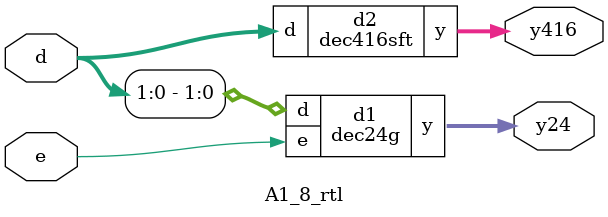
<source format=v>
module dec24g (
    output [3:0] y,
    input [1:0] d, input e
);
    
    wire dbar[1:0];
    not n1 (dbar[0],d[0]);
    not n2 (dbar[1],d[1]);
    
    and a1 (y[0],dbar[1],dbar[0],e);
    and a2 (y[1],dbar[1],d[0],e);
    and a3 (y[2],d[1],dbar[0],e);
    and a4 (y[3],d[1],d[0],e);
    
endmodule

module dec416sft (
    output [15:0] y,
    input [3:0] d
);
    assign y = 1<<(d);
    
endmodule

module A1_8_rtl (
    output [15:0] y416,output [3:0] y24,
    input [3:0] d, input e
);
    dec24g d1 (y24,d[1:0],e);
    dec416sft d2 (y416,d);
    
endmodule
</source>
